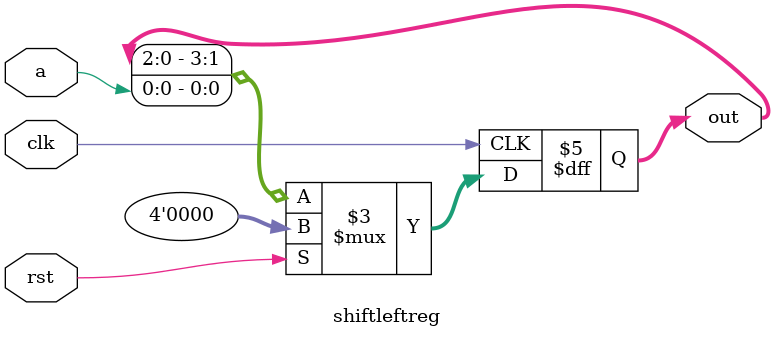
<source format=v>
module shiftleftreg (clk,rst,a,out);
    input wire clk;
    input wire rst;
    input wire a;
    
    output reg [3:0] out;

    always@(posedge clk)begin
        if(rst)begin
        out <= 4'b0000;
        end
        else begin
            out = {out[2:0],a};
        end
    end
endmodule

</source>
